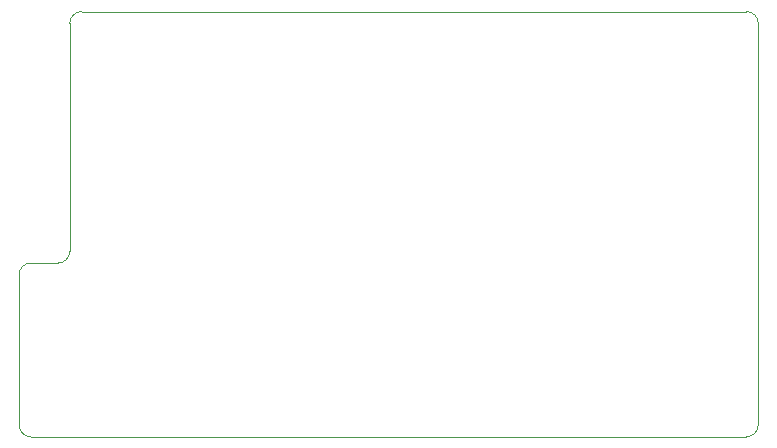
<source format=gbr>
%TF.GenerationSoftware,KiCad,Pcbnew,6.0.11-2627ca5db0~126~ubuntu22.04.1*%
%TF.CreationDate,2024-01-17T10:59:56+01:00*%
%TF.ProjectId,SCART-TO-HD15,53434152-542d-4544-9f2d-484431352e6b,rev?*%
%TF.SameCoordinates,Original*%
%TF.FileFunction,Profile,NP*%
%FSLAX46Y46*%
G04 Gerber Fmt 4.6, Leading zero omitted, Abs format (unit mm)*
G04 Created by KiCad (PCBNEW 6.0.11-2627ca5db0~126~ubuntu22.04.1) date 2024-01-17 10:59:56*
%MOMM*%
%LPD*%
G01*
G04 APERTURE LIST*
%TA.AperFunction,Profile*%
%ADD10C,0.100000*%
%TD*%
G04 APERTURE END LIST*
D10*
X166292893Y-74000000D02*
X166292893Y-108000000D01*
X103707107Y-108000000D02*
X103707107Y-95292893D01*
X109000000Y-73000000D02*
G75*
G03*
X108000000Y-74000000I0J-1000000D01*
G01*
X103707100Y-108000000D02*
G75*
G03*
X104707107Y-109000000I1000000J0D01*
G01*
X104707107Y-94292907D02*
G75*
G03*
X103707107Y-95292893I-7J-999993D01*
G01*
X104707107Y-94292893D02*
X107000000Y-94292893D01*
X109000000Y-73000000D02*
X165292893Y-73000000D01*
X165292893Y-109000000D02*
X104707107Y-109000000D01*
X108000000Y-93292893D02*
X108000000Y-74000000D01*
X165292893Y-108999993D02*
G75*
G03*
X166292893Y-108000000I7J999993D01*
G01*
X166292900Y-74000000D02*
G75*
G03*
X165292893Y-73000000I-1000000J0D01*
G01*
X107000000Y-94292900D02*
G75*
G03*
X108000000Y-93292893I0J1000000D01*
G01*
M02*

</source>
